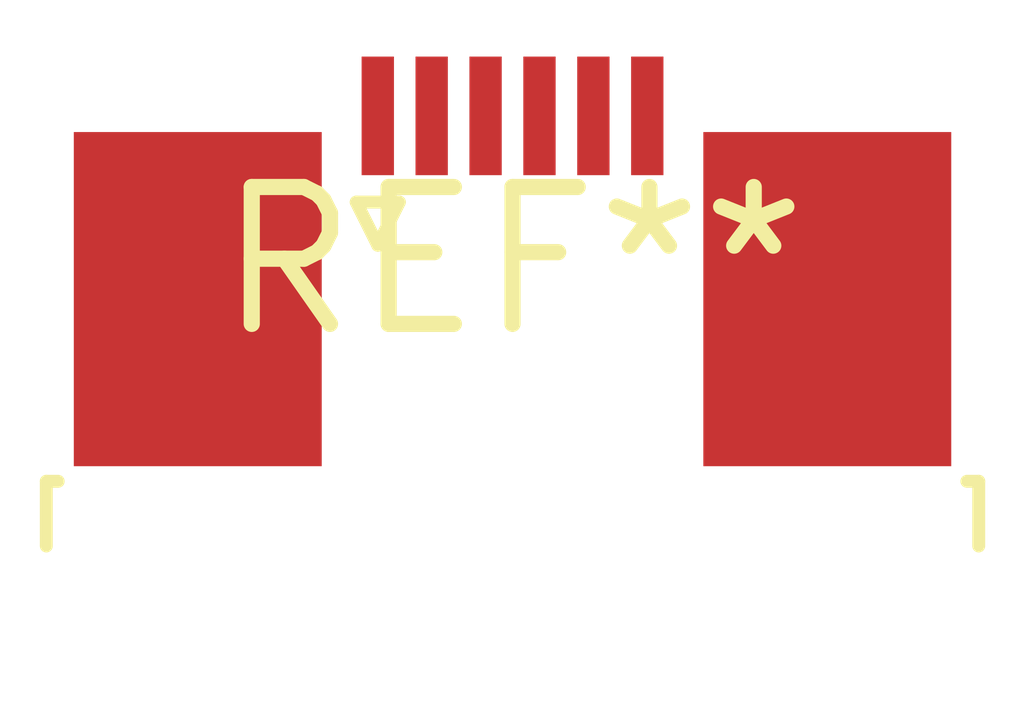
<source format=kicad_pcb>
(kicad_pcb (version 20240108) (generator pcbnew)
  (layers (0 "F.Cu" signal) (31 "B.Cu" signal) (34 "B.Paste" user) (35 "F.Paste" user) (36 "B.SilkS" user "B.Silkscreen") (37 "F.SilkS" user "F.Silkscreen") (38 "B.Mask" user) (39 "F.Mask" user) (44 "Edge.Cuts" user))
  (net 0 "")
  (footprint "TE_0-1734839-6_1x06-1MP_P0.5mm_Horizontal" (layer "F.Cu") (at 0 0)
    (property "Reference" "REF**")
    (property "Value" "PCB Edge")
    (fp_line (start -4.325 2.04) (end -4.325 2.64) (layer "F.SilkS") (stroke (width 0.12)))
    (fp_line (start -4.215 2.04) (end -4.325 2.04) (layer "F.SilkS") (stroke (width 0.12)))
    (fp_line (start -1.45 -0.55) (end -1.25 -0.15) (layer "F.SilkS") (stroke (width 0.12)))
    (fp_line (start -1.25 -0.15) (end -1.05 -0.55) (layer "F.SilkS") (stroke (width 0.12)))
    (fp_line (start -1.05 -0.55) (end -1.45 -0.55) (layer "F.SilkS") (stroke (width 0.12)))
    (fp_line (start 4.215 2.04) (end 4.325 2.04) (layer "F.SilkS") (stroke (width 0.12)))
    (fp_line (start 4.325 2.04) (end 4.325 2.64) (layer "F.SilkS") (stroke (width 0.12)))
    (pad "1" smd rect (at -1.25 -1.35) (size 0.3 1.1) (layers "F.Cu" "F.Paste" "F.Mask"))
    (pad "2" smd rect (at -0.75 -1.35) (size 0.3 1.1) (layers "F.Cu" "F.Paste" "F.Mask"))
    (pad "3" smd rect (at -0.25 -1.35) (size 0.3 1.1) (layers "F.Cu" "F.Paste" "F.Mask"))
    (pad "4" smd rect (at 0.25 -1.35) (size 0.3 1.1) (layers "F.Cu" "F.Paste" "F.Mask"))
    (pad "5" smd rect (at 0.75 -1.35) (size 0.3 1.1) (layers "F.Cu" "F.Paste" "F.Mask"))
    (pad "6" smd rect (at 1.25 -1.35) (size 0.3 1.1) (layers "F.Cu" "F.Paste" "F.Mask"))
    (pad "MP" smd rect (at -2.92 0.35) (size 2.3 3.1) (layers "F.Cu" "F.Paste" "F.Mask"))
    (pad "MP" smd rect (at 2.92 0.35) (size 2.3 3.1) (layers "F.Cu" "F.Paste" "F.Mask"))
  )
)
</source>
